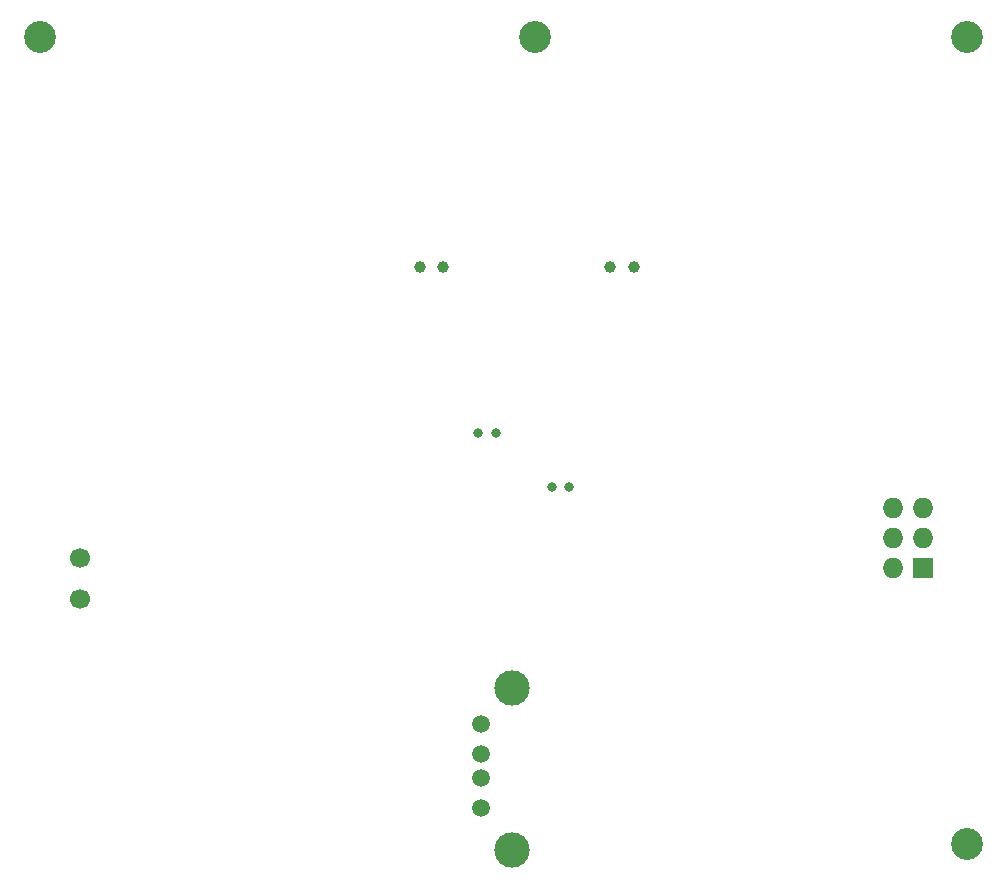
<source format=gbs>
G04 #@! TF.FileFunction,Soldermask,Bot*
%FSLAX46Y46*%
G04 Gerber Fmt 4.6, Leading zero omitted, Abs format (unit mm)*
G04 Created by KiCad (PCBNEW (2015-08-13 BZR 6091, Git 3774262)-product) date Mon 14 Sep 2015 01:10:19 PM EDT*
%MOMM*%
G01*
G04 APERTURE LIST*
%ADD10C,0.100000*%
%ADD11C,0.800000*%
%ADD12R,1.727200X1.727200*%
%ADD13O,1.727200X1.727200*%
%ADD14C,2.700000*%
%ADD15C,1.700000*%
%ADD16C,1.000000*%
%ADD17C,1.501140*%
%ADD18C,2.999740*%
G04 APERTURE END LIST*
D10*
D11*
X148451000Y-84582000D03*
X146951000Y-84582000D03*
D12*
X178435000Y-91440000D03*
D13*
X175895000Y-91440000D03*
X178435000Y-88900000D03*
X175895000Y-88900000D03*
X178435000Y-86360000D03*
X175895000Y-86360000D03*
D14*
X182118000Y-114808000D03*
X145542000Y-46482000D03*
X103632000Y-46482000D03*
X182118000Y-46482000D03*
D15*
X107061000Y-94079000D03*
X107061000Y-90579000D03*
D16*
X135795000Y-65913000D03*
X137795000Y-65913000D03*
X151908000Y-65913000D03*
X153908000Y-65913000D03*
D17*
X140970000Y-104648000D03*
X140970000Y-107188000D03*
X140970000Y-109220000D03*
X140970000Y-111760000D03*
D18*
X143637000Y-101600000D03*
X143637000Y-115316000D03*
D11*
X140740000Y-80010000D03*
X142240000Y-80010000D03*
M02*

</source>
